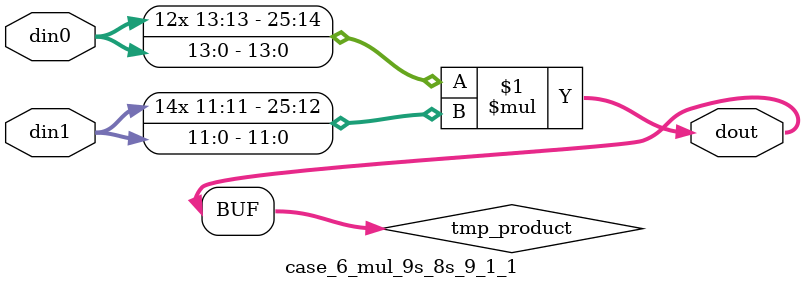
<source format=v>

`timescale 1 ns / 1 ps

 module case_6_mul_9s_8s_9_1_1(din0, din1, dout);
parameter ID = 1;
parameter NUM_STAGE = 0;
parameter din0_WIDTH = 14;
parameter din1_WIDTH = 12;
parameter dout_WIDTH = 26;

input [din0_WIDTH - 1 : 0] din0; 
input [din1_WIDTH - 1 : 0] din1; 
output [dout_WIDTH - 1 : 0] dout;

wire signed [dout_WIDTH - 1 : 0] tmp_product;



























assign tmp_product = $signed(din0) * $signed(din1);








assign dout = tmp_product;





















endmodule

</source>
